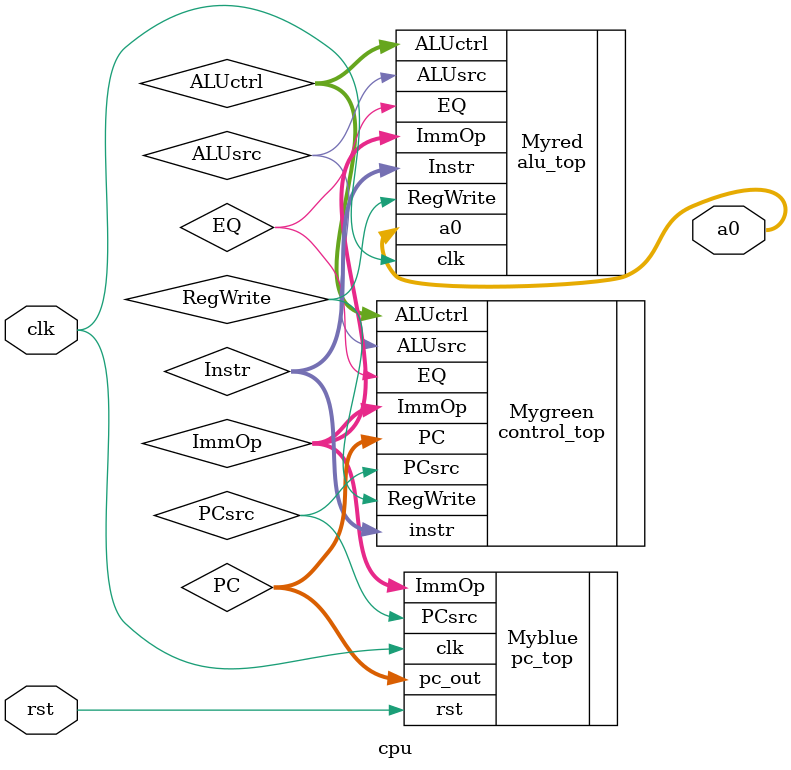
<source format=sv>
module cpu #(

    parameter DATA_WIDTH = 32
    //ADDRESS_WIDTH = 8

)(

    input logic                        clk,
    input logic                        rst,
    output logic [DATA_WIDTH-1:0]      a0


);

    //output internal logic for "green" module 
    logic   RegWrite;
    logic   [2:0] ALUctrl;
    logic   ALUsrc;
    //logic   ImmSrc;
    logic   PCsrc;
    logic   [DATA_WIDTH-1:0] ImmOp;
    logic   [DATA_WIDTH-1:0] Instr;

    //output internal logic for "red" module 
    logic EQ;

    //output internal logic for "blue" module
    logic [DATA_WIDTH-1:0] PC;

    //and then we would specify the "submodules here"   
        //green
        //blue
        //red
    //we can change the names 

pc_top Myblue(
    .clk(clk),
    .rst(rst),
    .pc_out(PC),
    .PCsrc(PCsrc),
    .ImmOp(ImmOp)
    );

control_top Mygreen(
    .EQ(EQ),
    .RegWrite(RegWrite),
    .ALUctrl(ALUctrl),
    .ALUsrc(ALUsrc),
    //.ImmSrc(ImmSrc),
    .PCsrc(PCsrc),
    .ImmOp(ImmOp),
    .PC(PC),
    .instr(Instr)
);

alu_top Myred(
    .clk(clk),
    .a0(a0),
    .Instr(Instr),//we pass the whole Instruction, and then we separate inside red
    .RegWrite(RegWrite),
    .EQ(EQ),
    .ALUctrl(ALUctrl),
    .ALUsrc(ALUsrc),
    .ImmOp(ImmOp)
);
    
endmodule


</source>
